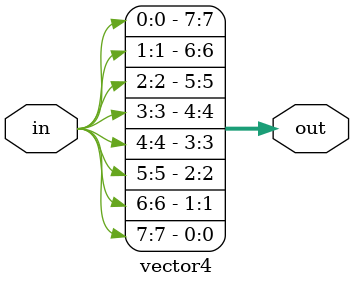
<source format=v>
module vector4( 
    input [7:0] in,
    output [7:0] out
);
	assign {out[0],out[1],out[2],out[3],out[4],out[5],out[6],out[7]} = in;
endmodule

</source>
